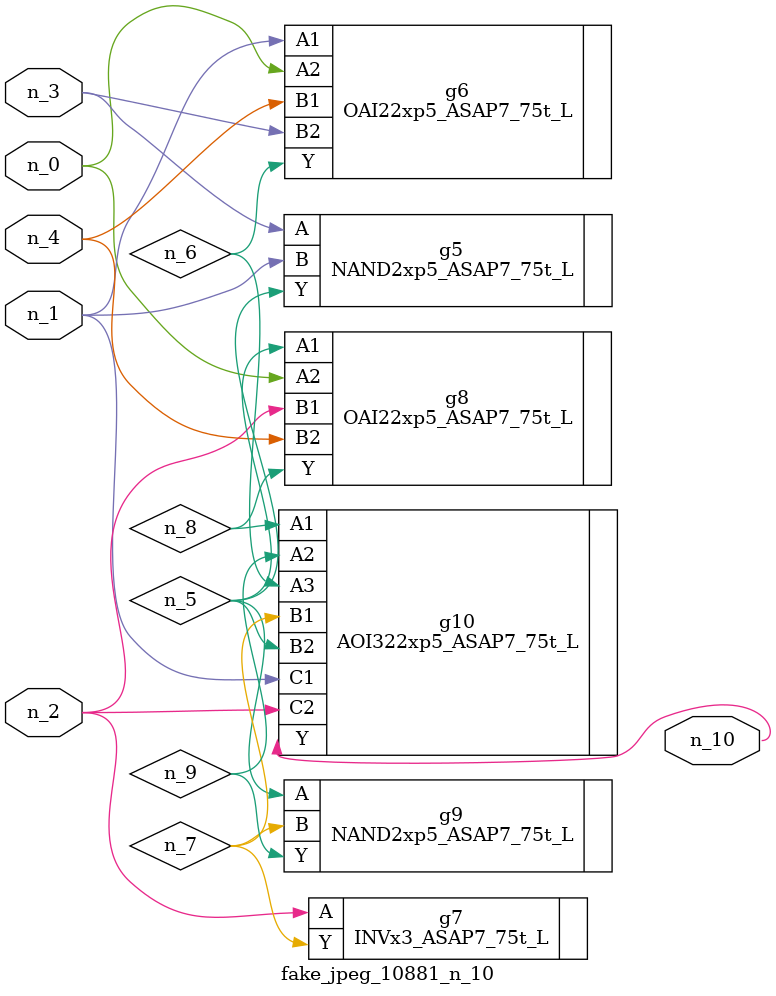
<source format=v>
module fake_jpeg_10881_n_10 (n_3, n_2, n_1, n_0, n_4, n_10);

input n_3;
input n_2;
input n_1;
input n_0;
input n_4;

output n_10;

wire n_8;
wire n_9;
wire n_6;
wire n_5;
wire n_7;

NAND2xp5_ASAP7_75t_L g5 ( 
.A(n_3),
.B(n_1),
.Y(n_5)
);

OAI22xp5_ASAP7_75t_L g6 ( 
.A1(n_1),
.A2(n_0),
.B1(n_4),
.B2(n_3),
.Y(n_6)
);

INVx3_ASAP7_75t_L g7 ( 
.A(n_2),
.Y(n_7)
);

OAI22xp5_ASAP7_75t_L g8 ( 
.A1(n_5),
.A2(n_0),
.B1(n_2),
.B2(n_4),
.Y(n_8)
);

AOI322xp5_ASAP7_75t_L g10 ( 
.A1(n_8),
.A2(n_9),
.A3(n_6),
.B1(n_7),
.B2(n_5),
.C1(n_1),
.C2(n_2),
.Y(n_10)
);

NAND2xp5_ASAP7_75t_L g9 ( 
.A(n_5),
.B(n_7),
.Y(n_9)
);


endmodule
</source>
